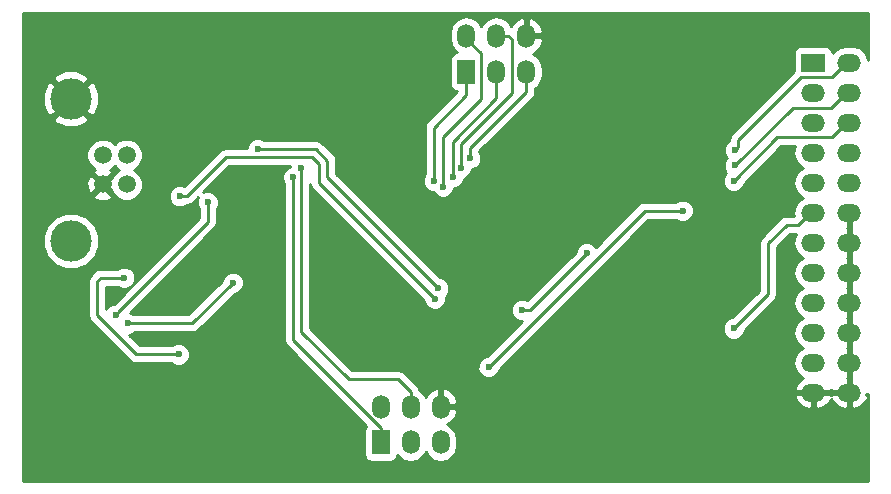
<source format=gbr>
G04 #@! TF.FileFunction,Copper,L2,Bot,Signal*
%FSLAX46Y46*%
G04 Gerber Fmt 4.6, Leading zero omitted, Abs format (unit mm)*
G04 Created by KiCad (PCBNEW no-vcs-found-product) date Sa 10 Okt 2015 23:31:38 CEST*
%MOMM*%
G01*
G04 APERTURE LIST*
%ADD10C,0.100000*%
%ADD11C,1.501140*%
%ADD12C,3.500120*%
%ADD13R,1.524000X1.998980*%
%ADD14O,1.524000X1.998980*%
%ADD15R,1.998980X1.524000*%
%ADD16O,1.998980X1.524000*%
%ADD17C,0.600000*%
%ADD18C,0.250000*%
%ADD19C,0.254000*%
G04 APERTURE END LIST*
D10*
D11*
X118893800Y-86910800D03*
X118893800Y-89400000D03*
X120900400Y-89400000D03*
X120900400Y-86910800D03*
D12*
X116176000Y-82135600D03*
X116176000Y-94175200D03*
D13*
X149660000Y-79868920D03*
D14*
X149660000Y-76831080D03*
X152200000Y-79868920D03*
X152200000Y-76831080D03*
X154740000Y-79868920D03*
X154740000Y-76831080D03*
D15*
X179031080Y-79080000D03*
D16*
X182068920Y-79080000D03*
X179031080Y-81620000D03*
X182068920Y-81620000D03*
X179031080Y-84160000D03*
X182068920Y-84160000D03*
X179031080Y-86700000D03*
X182068920Y-86700000D03*
X179031080Y-89240000D03*
X182068920Y-89240000D03*
X179031080Y-91780000D03*
X182068920Y-91780000D03*
X179031080Y-94320000D03*
X182068920Y-94320000D03*
X179031080Y-96860000D03*
X182068920Y-96860000D03*
X179031080Y-99400000D03*
X182068920Y-99400000D03*
X179031080Y-101940000D03*
X182068920Y-101940000D03*
X179031080Y-104480000D03*
X182068920Y-104480000D03*
X179031080Y-107020000D03*
X182068920Y-107020000D03*
D13*
X142420000Y-111248920D03*
D14*
X142420000Y-108211080D03*
X144960000Y-111248920D03*
X144960000Y-108211080D03*
X147500000Y-111248920D03*
X147500000Y-108211080D03*
D17*
X123900000Y-94900000D03*
X144900000Y-104000000D03*
X143100000Y-99800000D03*
X139800000Y-86600000D03*
X147300000Y-82700000D03*
X161100000Y-92600000D03*
X161300000Y-107600000D03*
X159500000Y-110800000D03*
X168800000Y-110600000D03*
X167800000Y-76900000D03*
X143100000Y-76300000D03*
X140300000Y-76300000D03*
X129600000Y-79400000D03*
X116300000Y-108800000D03*
X153550000Y-105450000D03*
X135000000Y-88800000D03*
X135700000Y-88000000D03*
X146900000Y-89100000D03*
X147700000Y-89600000D03*
X148500000Y-88800000D03*
X149200000Y-88000000D03*
X150000000Y-87200000D03*
X132000000Y-86400000D03*
X147300000Y-98200000D03*
X125400000Y-90400000D03*
X147000000Y-99100000D03*
X172300000Y-101600000D03*
X172400000Y-86500000D03*
X172400000Y-87800000D03*
X172300000Y-89100000D03*
X120700000Y-97300000D03*
X125300000Y-103800000D03*
X119973129Y-100426425D03*
X127807300Y-90925020D03*
X121005900Y-101175000D03*
X129907500Y-97715900D03*
X159850000Y-95250000D03*
X154348900Y-100024700D03*
X167975000Y-91625000D03*
X151550000Y-104850000D03*
D18*
X129600000Y-79400000D02*
X136000000Y-79400000D01*
X147500000Y-108211080D02*
X150788920Y-108211080D01*
X150788920Y-108211080D02*
X153550000Y-105450000D01*
X181820000Y-99400000D02*
X182575000Y-99400000D01*
X142420000Y-111248920D02*
X142420000Y-109999430D01*
X142420000Y-109999430D02*
X135000000Y-102579430D01*
X135000000Y-102579430D02*
X135000000Y-88800000D01*
X142420000Y-111248920D02*
X142420000Y-111011430D01*
X139700000Y-105900000D02*
X135700000Y-101900000D01*
X135700000Y-101900000D02*
X135700000Y-88000000D01*
X143898410Y-105900000D02*
X139700000Y-105900000D01*
X144960000Y-108211080D02*
X144960000Y-106961590D01*
X144960000Y-106961590D02*
X143898410Y-105900000D01*
X147500000Y-111000000D02*
X147420000Y-111000000D01*
X146900000Y-84600000D02*
X149660000Y-81840000D01*
X149660000Y-81840000D02*
X149660000Y-79868920D01*
X146900000Y-89100000D02*
X146900000Y-84600000D01*
X150900000Y-82200000D02*
X150900000Y-78308570D01*
X150900000Y-78308570D02*
X149660000Y-77068570D01*
X149660000Y-77068570D02*
X149660000Y-76831080D01*
X147700000Y-85400000D02*
X150900000Y-82200000D01*
X147700000Y-89600000D02*
X147700000Y-85400000D01*
X152200000Y-82100000D02*
X152200000Y-79868920D01*
X148500000Y-85800000D02*
X152200000Y-82100000D01*
X148500000Y-88800000D02*
X148500000Y-85800000D01*
X149200000Y-88000000D02*
X149200000Y-86000000D01*
X149200000Y-86000000D02*
X153500000Y-81700000D01*
X153500000Y-81700000D02*
X153500000Y-77119080D01*
X153500000Y-77119080D02*
X153212000Y-76831080D01*
X153212000Y-76831080D02*
X152200000Y-76831080D01*
X150000000Y-86300000D02*
X154740000Y-81560000D01*
X154740000Y-81560000D02*
X154740000Y-79868920D01*
X150000000Y-87200000D02*
X150000000Y-86300000D01*
X137900000Y-87400000D02*
X136900000Y-86400000D01*
X136900000Y-86400000D02*
X132000000Y-86400000D01*
X137900000Y-88800000D02*
X137900000Y-87400000D01*
X147300000Y-98200000D02*
X137900000Y-88800000D01*
X129300000Y-87100000D02*
X126000000Y-90400000D01*
X126000000Y-90400000D02*
X125400000Y-90400000D01*
X136600000Y-87100000D02*
X129300000Y-87100000D01*
X137200000Y-87700000D02*
X136600000Y-87100000D01*
X137200000Y-89300000D02*
X137200000Y-87700000D01*
X147000000Y-99100000D02*
X137200000Y-89300000D01*
X179280000Y-86700000D02*
X178650000Y-86700000D01*
X179280000Y-89240000D02*
X178260000Y-89240000D01*
X179046200Y-89240000D02*
X179280000Y-89240000D01*
X176800000Y-92800000D02*
X177773590Y-92800000D01*
X177773590Y-92800000D02*
X178793590Y-91780000D01*
X178793590Y-91780000D02*
X179031080Y-91780000D01*
X175200000Y-94400000D02*
X176800000Y-92800000D01*
X175200000Y-98700000D02*
X175200000Y-94400000D01*
X172300000Y-101600000D02*
X175200000Y-98700000D01*
X179280000Y-91780000D02*
X179380000Y-91780000D01*
X178000000Y-80300000D02*
X180611430Y-80300000D01*
X180611430Y-80300000D02*
X181831430Y-79080000D01*
X181831430Y-79080000D02*
X182068920Y-79080000D01*
X172699999Y-85600001D02*
X178000000Y-80300000D01*
X172400000Y-86500000D02*
X172699999Y-86200001D01*
X172699999Y-86200001D02*
X172699999Y-85600001D01*
X172400000Y-87800000D02*
X177300000Y-82900000D01*
X180551430Y-82900000D02*
X181831430Y-81620000D01*
X177300000Y-82900000D02*
X180551430Y-82900000D01*
X181831430Y-81620000D02*
X182068920Y-81620000D01*
X172300000Y-89100000D02*
X176000000Y-85400000D01*
X176000000Y-85400000D02*
X180591430Y-85400000D01*
X180591430Y-85400000D02*
X181831430Y-84160000D01*
X181831430Y-84160000D02*
X182068920Y-84160000D01*
X181820000Y-84160000D02*
X181820000Y-84430000D01*
X181820000Y-86700000D02*
X181700000Y-86700000D01*
X120700000Y-97300000D02*
X118700000Y-97300000D01*
X121700000Y-103800000D02*
X125300000Y-103800000D01*
X118400000Y-100500000D02*
X121700000Y-103800000D01*
X118400000Y-97600000D02*
X118400000Y-100500000D01*
X118700000Y-97300000D02*
X118400000Y-97600000D01*
X120273128Y-100126426D02*
X119973129Y-100426425D01*
X127807300Y-92592254D02*
X120273128Y-100126426D01*
X127807300Y-90925020D02*
X127807300Y-92592254D01*
X126448400Y-101175000D02*
X121005900Y-101175000D01*
X129907500Y-97715900D02*
X126448400Y-101175000D01*
X154348900Y-100024700D02*
X155100000Y-100000000D01*
X155100000Y-100000000D02*
X159850000Y-95250000D01*
X164775000Y-91625000D02*
X167975000Y-91625000D01*
X151550000Y-104850000D02*
X164775000Y-91625000D01*
D19*
G36*
X183690000Y-78851597D02*
X183629092Y-78545391D01*
X183326260Y-78092172D01*
X182873041Y-77789340D01*
X182338432Y-77683000D01*
X181799408Y-77683000D01*
X181264799Y-77789340D01*
X180811580Y-78092172D01*
X180674112Y-78297907D01*
X180631033Y-78075877D01*
X180491243Y-77863073D01*
X180280210Y-77720623D01*
X180030570Y-77670560D01*
X178031590Y-77670560D01*
X177789467Y-77717537D01*
X177576663Y-77857327D01*
X177434213Y-78068360D01*
X177384150Y-78318000D01*
X177384150Y-79841048D01*
X172162598Y-85062600D01*
X171997851Y-85309162D01*
X171939999Y-85600001D01*
X171939999Y-85678397D01*
X171871057Y-85706883D01*
X171607808Y-85969673D01*
X171465162Y-86313201D01*
X171464838Y-86685167D01*
X171606883Y-87028943D01*
X171727710Y-87149981D01*
X171607808Y-87269673D01*
X171465162Y-87613201D01*
X171464838Y-87985167D01*
X171606883Y-88328943D01*
X171677797Y-88399981D01*
X171507808Y-88569673D01*
X171365162Y-88913201D01*
X171364838Y-89285167D01*
X171506883Y-89628943D01*
X171769673Y-89892192D01*
X172113201Y-90034838D01*
X172485167Y-90035162D01*
X172828943Y-89893117D01*
X173092192Y-89630327D01*
X173234838Y-89286799D01*
X173234879Y-89239923D01*
X176314802Y-86160000D01*
X177474510Y-86160000D01*
X177470908Y-86165391D01*
X177364568Y-86700000D01*
X177470908Y-87234609D01*
X177773740Y-87687828D01*
X178196039Y-87970000D01*
X177773740Y-88252172D01*
X177470908Y-88705391D01*
X177364568Y-89240000D01*
X177470908Y-89774609D01*
X177773740Y-90227828D01*
X178196039Y-90510000D01*
X177773740Y-90792172D01*
X177470908Y-91245391D01*
X177364568Y-91780000D01*
X177416285Y-92040000D01*
X176800000Y-92040000D01*
X176509161Y-92097852D01*
X176262599Y-92262599D01*
X174662599Y-93862599D01*
X174497852Y-94109161D01*
X174440000Y-94400000D01*
X174440000Y-98385198D01*
X172160320Y-100664878D01*
X172114833Y-100664838D01*
X171771057Y-100806883D01*
X171507808Y-101069673D01*
X171365162Y-101413201D01*
X171364838Y-101785167D01*
X171506883Y-102128943D01*
X171769673Y-102392192D01*
X172113201Y-102534838D01*
X172485167Y-102535162D01*
X172828943Y-102393117D01*
X173092192Y-102130327D01*
X173234838Y-101786799D01*
X173234879Y-101739923D01*
X175737401Y-99237401D01*
X175902148Y-98990840D01*
X175960000Y-98700000D01*
X175960000Y-94714802D01*
X177114802Y-93560000D01*
X177621510Y-93560000D01*
X177470908Y-93785391D01*
X177364568Y-94320000D01*
X177470908Y-94854609D01*
X177773740Y-95307828D01*
X178196039Y-95590000D01*
X177773740Y-95872172D01*
X177470908Y-96325391D01*
X177364568Y-96860000D01*
X177470908Y-97394609D01*
X177773740Y-97847828D01*
X178196039Y-98130000D01*
X177773740Y-98412172D01*
X177470908Y-98865391D01*
X177364568Y-99400000D01*
X177470908Y-99934609D01*
X177773740Y-100387828D01*
X178196039Y-100670000D01*
X177773740Y-100952172D01*
X177470908Y-101405391D01*
X177364568Y-101940000D01*
X177470908Y-102474609D01*
X177773740Y-102927828D01*
X178196039Y-103210000D01*
X177773740Y-103492172D01*
X177470908Y-103945391D01*
X177364568Y-104480000D01*
X177470908Y-105014609D01*
X177773740Y-105467828D01*
X178201688Y-105753774D01*
X178155253Y-105766865D01*
X177724290Y-106106535D01*
X177456118Y-106585272D01*
X177439370Y-106676930D01*
X177561870Y-106893000D01*
X178904080Y-106893000D01*
X178904080Y-106873000D01*
X179158080Y-106873000D01*
X179158080Y-106893000D01*
X180500290Y-106893000D01*
X180550000Y-106805320D01*
X180599710Y-106893000D01*
X181941920Y-106893000D01*
X181941920Y-105776746D01*
X181904745Y-105750000D01*
X181941920Y-105723254D01*
X181941920Y-104607000D01*
X181921920Y-104607000D01*
X181921920Y-104353000D01*
X181941920Y-104353000D01*
X181941920Y-103236746D01*
X181904745Y-103210000D01*
X181941920Y-103183254D01*
X181941920Y-102067000D01*
X181921920Y-102067000D01*
X181921920Y-101813000D01*
X181941920Y-101813000D01*
X181941920Y-100696746D01*
X181904745Y-100670000D01*
X181941920Y-100643254D01*
X181941920Y-99527000D01*
X181921920Y-99527000D01*
X181921920Y-99273000D01*
X181941920Y-99273000D01*
X181941920Y-98156746D01*
X181904745Y-98130000D01*
X181941920Y-98103254D01*
X181941920Y-96987000D01*
X181921920Y-96987000D01*
X181921920Y-96733000D01*
X181941920Y-96733000D01*
X181941920Y-95616746D01*
X181904745Y-95590000D01*
X181941920Y-95563254D01*
X181941920Y-94447000D01*
X181921920Y-94447000D01*
X181921920Y-94193000D01*
X181941920Y-94193000D01*
X181941920Y-93076746D01*
X181904745Y-93050000D01*
X181941920Y-93023254D01*
X181941920Y-91907000D01*
X181921920Y-91907000D01*
X181921920Y-91653000D01*
X181941920Y-91653000D01*
X181941920Y-91633000D01*
X182195920Y-91633000D01*
X182195920Y-91653000D01*
X182215920Y-91653000D01*
X182215920Y-91907000D01*
X182195920Y-91907000D01*
X182195920Y-93023254D01*
X182233095Y-93050000D01*
X182195920Y-93076746D01*
X182195920Y-94193000D01*
X182215920Y-94193000D01*
X182215920Y-94447000D01*
X182195920Y-94447000D01*
X182195920Y-95563254D01*
X182233095Y-95590000D01*
X182195920Y-95616746D01*
X182195920Y-96733000D01*
X182215920Y-96733000D01*
X182215920Y-96987000D01*
X182195920Y-96987000D01*
X182195920Y-98103254D01*
X182233095Y-98130000D01*
X182195920Y-98156746D01*
X182195920Y-99273000D01*
X182215920Y-99273000D01*
X182215920Y-99527000D01*
X182195920Y-99527000D01*
X182195920Y-100643254D01*
X182233095Y-100670000D01*
X182195920Y-100696746D01*
X182195920Y-101813000D01*
X182215920Y-101813000D01*
X182215920Y-102067000D01*
X182195920Y-102067000D01*
X182195920Y-103183254D01*
X182233095Y-103210000D01*
X182195920Y-103236746D01*
X182195920Y-104353000D01*
X182215920Y-104353000D01*
X182215920Y-104607000D01*
X182195920Y-104607000D01*
X182195920Y-105723254D01*
X182233095Y-105750000D01*
X182195920Y-105776746D01*
X182195920Y-106893000D01*
X182215920Y-106893000D01*
X182215920Y-107147000D01*
X182195920Y-107147000D01*
X182195920Y-108263254D01*
X182416602Y-108422027D01*
X182944747Y-108273135D01*
X183375710Y-107933465D01*
X183643882Y-107454728D01*
X183660630Y-107363070D01*
X183538131Y-107147002D01*
X183690000Y-107147002D01*
X183690000Y-114490000D01*
X112110000Y-114490000D01*
X112110000Y-97600000D01*
X117640000Y-97600000D01*
X117640000Y-100500000D01*
X117697852Y-100790839D01*
X117862599Y-101037401D01*
X121162599Y-104337401D01*
X121409161Y-104502148D01*
X121700000Y-104560000D01*
X124737537Y-104560000D01*
X124769673Y-104592192D01*
X125113201Y-104734838D01*
X125485167Y-104735162D01*
X125828943Y-104593117D01*
X126092192Y-104330327D01*
X126234838Y-103986799D01*
X126235162Y-103614833D01*
X126093117Y-103271057D01*
X125830327Y-103007808D01*
X125486799Y-102865162D01*
X125114833Y-102864838D01*
X124771057Y-103006883D01*
X124737882Y-103040000D01*
X122014802Y-103040000D01*
X121084871Y-102110069D01*
X121191067Y-102110162D01*
X121534843Y-101968117D01*
X121568018Y-101935000D01*
X126448400Y-101935000D01*
X126739239Y-101877148D01*
X126985801Y-101712401D01*
X130047180Y-98651022D01*
X130092667Y-98651062D01*
X130436443Y-98509017D01*
X130699692Y-98246227D01*
X130842338Y-97902699D01*
X130842662Y-97530733D01*
X130700617Y-97186957D01*
X130437827Y-96923708D01*
X130094299Y-96781062D01*
X129722333Y-96780738D01*
X129378557Y-96922783D01*
X129115308Y-97185573D01*
X128972662Y-97529101D01*
X128972621Y-97575977D01*
X126133598Y-100415000D01*
X121568363Y-100415000D01*
X121536227Y-100382808D01*
X121222019Y-100252337D01*
X128344701Y-93129655D01*
X128509448Y-92883094D01*
X128567300Y-92592254D01*
X128567300Y-91487483D01*
X128599492Y-91455347D01*
X128742138Y-91111819D01*
X128742462Y-90739853D01*
X128600417Y-90396077D01*
X128337627Y-90132828D01*
X127994099Y-89990182D01*
X127622133Y-89989858D01*
X127388345Y-90086457D01*
X129614802Y-87860000D01*
X134765121Y-87860000D01*
X134765099Y-87885388D01*
X134471057Y-88006883D01*
X134207808Y-88269673D01*
X134065162Y-88613201D01*
X134064838Y-88985167D01*
X134206883Y-89328943D01*
X134240000Y-89362118D01*
X134240000Y-102579430D01*
X134297852Y-102870269D01*
X134462599Y-103116831D01*
X141175449Y-109829681D01*
X141060623Y-109999790D01*
X141010560Y-110249430D01*
X141010560Y-112248410D01*
X141057537Y-112490533D01*
X141197327Y-112703337D01*
X141408360Y-112845787D01*
X141658000Y-112895850D01*
X143182000Y-112895850D01*
X143424123Y-112848873D01*
X143636927Y-112709083D01*
X143779377Y-112498050D01*
X143822617Y-112282435D01*
X143972172Y-112506260D01*
X144425391Y-112809092D01*
X144960000Y-112915432D01*
X145494609Y-112809092D01*
X145947828Y-112506260D01*
X146230000Y-112083961D01*
X146512172Y-112506260D01*
X146965391Y-112809092D01*
X147500000Y-112915432D01*
X148034609Y-112809092D01*
X148487828Y-112506260D01*
X148790660Y-112053041D01*
X148897000Y-111518432D01*
X148897000Y-110979408D01*
X148790660Y-110444799D01*
X148487828Y-109991580D01*
X148068267Y-109711238D01*
X148413465Y-109517870D01*
X148753135Y-109086907D01*
X148902027Y-108558762D01*
X148743254Y-108338080D01*
X147627000Y-108338080D01*
X147627000Y-108358080D01*
X147373000Y-108358080D01*
X147373000Y-108338080D01*
X147353000Y-108338080D01*
X147353000Y-108084080D01*
X147373000Y-108084080D01*
X147373000Y-106741870D01*
X147627000Y-106741870D01*
X147627000Y-108084080D01*
X148743254Y-108084080D01*
X148902027Y-107863398D01*
X148760978Y-107363070D01*
X177439370Y-107363070D01*
X177456118Y-107454728D01*
X177724290Y-107933465D01*
X178155253Y-108273135D01*
X178683398Y-108422027D01*
X178904080Y-108263254D01*
X178904080Y-107147000D01*
X179158080Y-107147000D01*
X179158080Y-108263254D01*
X179378762Y-108422027D01*
X179906907Y-108273135D01*
X180337870Y-107933465D01*
X180550000Y-107554773D01*
X180762130Y-107933465D01*
X181193093Y-108273135D01*
X181721238Y-108422027D01*
X181941920Y-108263254D01*
X181941920Y-107147000D01*
X180599710Y-107147000D01*
X180550000Y-107234680D01*
X180500290Y-107147000D01*
X179158080Y-107147000D01*
X178904080Y-107147000D01*
X178904080Y-107147000D01*
X177561870Y-107147000D01*
X177439370Y-107363070D01*
X148760978Y-107363070D01*
X148753135Y-107335253D01*
X148413465Y-106904290D01*
X147934728Y-106636118D01*
X147843070Y-106619370D01*
X147627000Y-106741870D01*
X147373000Y-106741870D01*
X147373000Y-106741870D01*
X147156930Y-106619370D01*
X147065272Y-106636118D01*
X146586535Y-106904290D01*
X146246865Y-107335253D01*
X146233774Y-107381688D01*
X145947828Y-106953740D01*
X145683277Y-106776972D01*
X145662148Y-106670751D01*
X145497401Y-106424189D01*
X144435811Y-105362599D01*
X144189249Y-105197852D01*
X143898410Y-105140000D01*
X140014802Y-105140000D01*
X139909969Y-105035167D01*
X150614838Y-105035167D01*
X150756883Y-105378943D01*
X151019673Y-105642192D01*
X151363201Y-105784838D01*
X151735167Y-105785162D01*
X152078943Y-105643117D01*
X152342192Y-105380327D01*
X152484838Y-105036799D01*
X152484879Y-104989923D01*
X165089802Y-92385000D01*
X167412537Y-92385000D01*
X167444673Y-92417192D01*
X167788201Y-92559838D01*
X168160167Y-92560162D01*
X168503943Y-92418117D01*
X168767192Y-92155327D01*
X168909838Y-91811799D01*
X168910162Y-91439833D01*
X168768117Y-91096057D01*
X168505327Y-90832808D01*
X168161799Y-90690162D01*
X167789833Y-90689838D01*
X167446057Y-90831883D01*
X167412882Y-90865000D01*
X164775000Y-90865000D01*
X164484160Y-90922852D01*
X164237599Y-91087599D01*
X160623646Y-94701552D01*
X160380327Y-94457808D01*
X160036799Y-94315162D01*
X159664833Y-94314838D01*
X159321057Y-94456883D01*
X159057808Y-94719673D01*
X158915162Y-95063201D01*
X158915121Y-95110077D01*
X154818080Y-99207118D01*
X154535699Y-99089862D01*
X154163733Y-99089538D01*
X153819957Y-99231583D01*
X153556708Y-99494373D01*
X153414062Y-99837901D01*
X153413738Y-100209867D01*
X153555783Y-100553643D01*
X153818573Y-100816892D01*
X154162101Y-100959538D01*
X154365483Y-100959715D01*
X151410320Y-103914878D01*
X151364833Y-103914838D01*
X151021057Y-104056883D01*
X150757808Y-104319673D01*
X150615162Y-104663201D01*
X150614838Y-105035167D01*
X139909969Y-105035167D01*
X136460000Y-101585198D01*
X136460000Y-89400546D01*
X136497852Y-89590839D01*
X136662599Y-89837401D01*
X146064878Y-99239680D01*
X146064838Y-99285167D01*
X146206883Y-99628943D01*
X146469673Y-99892192D01*
X146813201Y-100034838D01*
X147185167Y-100035162D01*
X147528943Y-99893117D01*
X147792192Y-99630327D01*
X147934838Y-99286799D01*
X147935162Y-98914833D01*
X147927044Y-98895187D01*
X148092192Y-98730327D01*
X148234838Y-98386799D01*
X148235162Y-98014833D01*
X148093117Y-97671057D01*
X147830327Y-97407808D01*
X147486799Y-97265162D01*
X147439923Y-97265121D01*
X139459969Y-89285167D01*
X145964838Y-89285167D01*
X146106883Y-89628943D01*
X146369673Y-89892192D01*
X146713201Y-90034838D01*
X146868055Y-90034973D01*
X146906883Y-90128943D01*
X147169673Y-90392192D01*
X147513201Y-90534838D01*
X147885167Y-90535162D01*
X148228943Y-90393117D01*
X148492192Y-90130327D01*
X148634838Y-89786799D01*
X148634883Y-89735118D01*
X148685167Y-89735162D01*
X149028943Y-89593117D01*
X149292192Y-89330327D01*
X149434838Y-88986799D01*
X149434901Y-88914612D01*
X149728943Y-88793117D01*
X149992192Y-88530327D01*
X150134838Y-88186799D01*
X150134883Y-88135118D01*
X150185167Y-88135162D01*
X150528943Y-87993117D01*
X150792192Y-87730327D01*
X150934838Y-87386799D01*
X150935162Y-87014833D01*
X150793117Y-86671057D01*
X150760000Y-86637882D01*
X150760000Y-86614802D01*
X155277401Y-82097401D01*
X155442148Y-81850840D01*
X155500000Y-81560000D01*
X155500000Y-81278490D01*
X155727828Y-81126260D01*
X156030660Y-80673041D01*
X156137000Y-80138432D01*
X156137000Y-79599408D01*
X156030660Y-79064799D01*
X155727828Y-78611580D01*
X155308267Y-78331238D01*
X155653465Y-78137870D01*
X155993135Y-77706907D01*
X156142027Y-77178762D01*
X155983254Y-76958080D01*
X154867000Y-76958080D01*
X154867000Y-76978080D01*
X154613000Y-76978080D01*
X154613000Y-76958080D01*
X154593000Y-76958080D01*
X154593000Y-76704080D01*
X154613000Y-76704080D01*
X154613000Y-75361870D01*
X154867000Y-75361870D01*
X154867000Y-76704080D01*
X155983254Y-76704080D01*
X156142027Y-76483398D01*
X155993135Y-75955253D01*
X155653465Y-75524290D01*
X155174728Y-75256118D01*
X155083070Y-75239370D01*
X154867000Y-75361870D01*
X154613000Y-75361870D01*
X154613000Y-75361870D01*
X154396930Y-75239370D01*
X154305272Y-75256118D01*
X153826535Y-75524290D01*
X153486865Y-75955253D01*
X153473774Y-76001688D01*
X153187828Y-75573740D01*
X152734609Y-75270908D01*
X152200000Y-75164568D01*
X151665391Y-75270908D01*
X151212172Y-75573740D01*
X150930000Y-75996039D01*
X150647828Y-75573740D01*
X150194609Y-75270908D01*
X149660000Y-75164568D01*
X149125391Y-75270908D01*
X148672172Y-75573740D01*
X148369340Y-76026959D01*
X148263000Y-76561568D01*
X148263000Y-77100592D01*
X148369340Y-77635201D01*
X148672172Y-78088420D01*
X148877907Y-78225888D01*
X148655877Y-78268967D01*
X148443073Y-78408757D01*
X148300623Y-78619790D01*
X148250560Y-78869430D01*
X148250560Y-80868410D01*
X148297537Y-81110533D01*
X148437327Y-81323337D01*
X148648360Y-81465787D01*
X148898000Y-81515850D01*
X148900000Y-81515850D01*
X148900000Y-81525198D01*
X146362599Y-84062599D01*
X146197852Y-84309161D01*
X146140000Y-84600000D01*
X146140000Y-88537537D01*
X146107808Y-88569673D01*
X145965162Y-88913201D01*
X145964838Y-89285167D01*
X139459969Y-89285167D01*
X138660000Y-88485198D01*
X138660000Y-87400000D01*
X138602148Y-87109161D01*
X138437401Y-86862599D01*
X137437401Y-85862599D01*
X137190839Y-85697852D01*
X136900000Y-85640000D01*
X132562463Y-85640000D01*
X132530327Y-85607808D01*
X132186799Y-85465162D01*
X131814833Y-85464838D01*
X131471057Y-85606883D01*
X131207808Y-85869673D01*
X131065162Y-86213201D01*
X131065052Y-86340000D01*
X129300000Y-86340000D01*
X129009161Y-86397852D01*
X128762599Y-86562599D01*
X125779867Y-89545331D01*
X125586799Y-89465162D01*
X125214833Y-89464838D01*
X124871057Y-89606883D01*
X124607808Y-89869673D01*
X124465162Y-90213201D01*
X124464838Y-90585167D01*
X124606883Y-90928943D01*
X124869673Y-91192192D01*
X125213201Y-91334838D01*
X125585167Y-91335162D01*
X125928943Y-91193117D01*
X125962118Y-91160000D01*
X126000000Y-91160000D01*
X126290839Y-91102148D01*
X126537401Y-90937401D01*
X126968951Y-90505851D01*
X126872462Y-90738221D01*
X126872138Y-91110187D01*
X127014183Y-91453963D01*
X127047300Y-91487138D01*
X127047300Y-92277452D01*
X119833449Y-99491303D01*
X119787962Y-99491263D01*
X119444186Y-99633308D01*
X119180937Y-99896098D01*
X119160000Y-99946520D01*
X119160000Y-98060000D01*
X120137537Y-98060000D01*
X120169673Y-98092192D01*
X120513201Y-98234838D01*
X120885167Y-98235162D01*
X121228943Y-98093117D01*
X121492192Y-97830327D01*
X121634838Y-97486799D01*
X121635162Y-97114833D01*
X121493117Y-96771057D01*
X121230327Y-96507808D01*
X120886799Y-96365162D01*
X120514833Y-96364838D01*
X120171057Y-96506883D01*
X120137882Y-96540000D01*
X118700000Y-96540000D01*
X118409161Y-96597852D01*
X118162599Y-96762599D01*
X117862599Y-97062599D01*
X117697852Y-97309161D01*
X117640000Y-97600000D01*
X112110000Y-97600000D01*
X112110000Y-94647536D01*
X113790527Y-94647536D01*
X114152866Y-95524463D01*
X114823208Y-96195976D01*
X115699501Y-96559845D01*
X116648336Y-96560673D01*
X117525263Y-96198334D01*
X118196776Y-95527992D01*
X118560645Y-94651699D01*
X118561473Y-93702864D01*
X118199134Y-92825937D01*
X117528792Y-92154424D01*
X116652499Y-91790555D01*
X115703664Y-91789727D01*
X114826737Y-92152066D01*
X114155224Y-92822408D01*
X113791355Y-93698701D01*
X113790527Y-94647536D01*
X112110000Y-94647536D01*
X112110000Y-90371930D01*
X118101475Y-90371930D01*
X118169535Y-90612931D01*
X118688834Y-90797767D01*
X119239338Y-90769805D01*
X119618065Y-90612931D01*
X119686125Y-90371930D01*
X118893800Y-89579605D01*
X118101475Y-90371930D01*
X112110000Y-90371930D01*
X112110000Y-89195034D01*
X117496033Y-89195034D01*
X117523995Y-89745538D01*
X117680869Y-90124265D01*
X117921870Y-90192325D01*
X118714195Y-89400000D01*
X117921870Y-88607675D01*
X117680869Y-88675735D01*
X117496033Y-89195034D01*
X112110000Y-89195034D01*
X112110000Y-87185198D01*
X117507990Y-87185198D01*
X117718486Y-87694637D01*
X118107913Y-88084744D01*
X118262051Y-88148748D01*
X118169535Y-88187069D01*
X118101475Y-88428070D01*
X118893800Y-89220395D01*
X119686125Y-88428070D01*
X119618065Y-88187069D01*
X119518809Y-88151740D01*
X119677637Y-88086114D01*
X119897141Y-87866993D01*
X120114513Y-88084744D01*
X120284460Y-88155312D01*
X120116563Y-88224686D01*
X119726456Y-88614113D01*
X119632130Y-88841275D01*
X119073405Y-89400000D01*
X119632030Y-89958625D01*
X119725086Y-90183837D01*
X120114513Y-90573944D01*
X120623584Y-90785329D01*
X121174798Y-90785810D01*
X121684237Y-90575314D01*
X122074344Y-90185887D01*
X122285729Y-89676816D01*
X122286210Y-89125602D01*
X122075714Y-88616163D01*
X121686287Y-88226056D01*
X121516340Y-88155488D01*
X121684237Y-88086114D01*
X122074344Y-87696687D01*
X122285729Y-87187616D01*
X122286210Y-86636402D01*
X122075714Y-86126963D01*
X121686287Y-85736856D01*
X121177216Y-85525471D01*
X120626002Y-85524990D01*
X120116563Y-85735486D01*
X119897059Y-85954607D01*
X119679687Y-85736856D01*
X119170616Y-85525471D01*
X118619402Y-85524990D01*
X118109963Y-85735486D01*
X117719856Y-86124913D01*
X117508471Y-86633984D01*
X117507990Y-87185198D01*
X112110000Y-87185198D01*
X112110000Y-83830171D01*
X114661034Y-83830171D01*
X114851328Y-84174919D01*
X115732576Y-84526615D01*
X116681332Y-84514301D01*
X117500672Y-84174919D01*
X117690966Y-83830171D01*
X116176000Y-82315205D01*
X114661034Y-83830171D01*
X112110000Y-83830171D01*
X112110000Y-81692176D01*
X113784985Y-81692176D01*
X113797299Y-82640932D01*
X114136681Y-83460272D01*
X114481429Y-83650566D01*
X115996395Y-82135600D01*
X116355605Y-82135600D01*
X117870571Y-83650566D01*
X118215319Y-83460272D01*
X118567015Y-82579024D01*
X118554701Y-81630268D01*
X118215319Y-80810928D01*
X117870571Y-80620634D01*
X116355605Y-82135600D01*
X115996395Y-82135600D01*
X115996395Y-82135600D01*
X114481429Y-80620634D01*
X114136681Y-80810928D01*
X113784985Y-81692176D01*
X112110000Y-81692176D01*
X112110000Y-80441029D01*
X114661034Y-80441029D01*
X116176000Y-81955995D01*
X117690966Y-80441029D01*
X117500672Y-80096281D01*
X116619424Y-79744585D01*
X115670668Y-79756899D01*
X114851328Y-80096281D01*
X114661034Y-80441029D01*
X112110000Y-80441029D01*
X112110000Y-74910000D01*
X183690000Y-74910000D01*
X183690000Y-78851597D01*
X183690000Y-78851597D01*
G37*
X183690000Y-78851597D02*
X183629092Y-78545391D01*
X183326260Y-78092172D01*
X182873041Y-77789340D01*
X182338432Y-77683000D01*
X181799408Y-77683000D01*
X181264799Y-77789340D01*
X180811580Y-78092172D01*
X180674112Y-78297907D01*
X180631033Y-78075877D01*
X180491243Y-77863073D01*
X180280210Y-77720623D01*
X180030570Y-77670560D01*
X178031590Y-77670560D01*
X177789467Y-77717537D01*
X177576663Y-77857327D01*
X177434213Y-78068360D01*
X177384150Y-78318000D01*
X177384150Y-79841048D01*
X172162598Y-85062600D01*
X171997851Y-85309162D01*
X171939999Y-85600001D01*
X171939999Y-85678397D01*
X171871057Y-85706883D01*
X171607808Y-85969673D01*
X171465162Y-86313201D01*
X171464838Y-86685167D01*
X171606883Y-87028943D01*
X171727710Y-87149981D01*
X171607808Y-87269673D01*
X171465162Y-87613201D01*
X171464838Y-87985167D01*
X171606883Y-88328943D01*
X171677797Y-88399981D01*
X171507808Y-88569673D01*
X171365162Y-88913201D01*
X171364838Y-89285167D01*
X171506883Y-89628943D01*
X171769673Y-89892192D01*
X172113201Y-90034838D01*
X172485167Y-90035162D01*
X172828943Y-89893117D01*
X173092192Y-89630327D01*
X173234838Y-89286799D01*
X173234879Y-89239923D01*
X176314802Y-86160000D01*
X177474510Y-86160000D01*
X177470908Y-86165391D01*
X177364568Y-86700000D01*
X177470908Y-87234609D01*
X177773740Y-87687828D01*
X178196039Y-87970000D01*
X177773740Y-88252172D01*
X177470908Y-88705391D01*
X177364568Y-89240000D01*
X177470908Y-89774609D01*
X177773740Y-90227828D01*
X178196039Y-90510000D01*
X177773740Y-90792172D01*
X177470908Y-91245391D01*
X177364568Y-91780000D01*
X177416285Y-92040000D01*
X176800000Y-92040000D01*
X176509161Y-92097852D01*
X176262599Y-92262599D01*
X174662599Y-93862599D01*
X174497852Y-94109161D01*
X174440000Y-94400000D01*
X174440000Y-98385198D01*
X172160320Y-100664878D01*
X172114833Y-100664838D01*
X171771057Y-100806883D01*
X171507808Y-101069673D01*
X171365162Y-101413201D01*
X171364838Y-101785167D01*
X171506883Y-102128943D01*
X171769673Y-102392192D01*
X172113201Y-102534838D01*
X172485167Y-102535162D01*
X172828943Y-102393117D01*
X173092192Y-102130327D01*
X173234838Y-101786799D01*
X173234879Y-101739923D01*
X175737401Y-99237401D01*
X175902148Y-98990840D01*
X175960000Y-98700000D01*
X175960000Y-94714802D01*
X177114802Y-93560000D01*
X177621510Y-93560000D01*
X177470908Y-93785391D01*
X177364568Y-94320000D01*
X177470908Y-94854609D01*
X177773740Y-95307828D01*
X178196039Y-95590000D01*
X177773740Y-95872172D01*
X177470908Y-96325391D01*
X177364568Y-96860000D01*
X177470908Y-97394609D01*
X177773740Y-97847828D01*
X178196039Y-98130000D01*
X177773740Y-98412172D01*
X177470908Y-98865391D01*
X177364568Y-99400000D01*
X177470908Y-99934609D01*
X177773740Y-100387828D01*
X178196039Y-100670000D01*
X177773740Y-100952172D01*
X177470908Y-101405391D01*
X177364568Y-101940000D01*
X177470908Y-102474609D01*
X177773740Y-102927828D01*
X178196039Y-103210000D01*
X177773740Y-103492172D01*
X177470908Y-103945391D01*
X177364568Y-104480000D01*
X177470908Y-105014609D01*
X177773740Y-105467828D01*
X178201688Y-105753774D01*
X178155253Y-105766865D01*
X177724290Y-106106535D01*
X177456118Y-106585272D01*
X177439370Y-106676930D01*
X177561870Y-106893000D01*
X178904080Y-106893000D01*
X178904080Y-106873000D01*
X179158080Y-106873000D01*
X179158080Y-106893000D01*
X180500290Y-106893000D01*
X180550000Y-106805320D01*
X180599710Y-106893000D01*
X181941920Y-106893000D01*
X181941920Y-105776746D01*
X181904745Y-105750000D01*
X181941920Y-105723254D01*
X181941920Y-104607000D01*
X181921920Y-104607000D01*
X181921920Y-104353000D01*
X181941920Y-104353000D01*
X181941920Y-103236746D01*
X181904745Y-103210000D01*
X181941920Y-103183254D01*
X181941920Y-102067000D01*
X181921920Y-102067000D01*
X181921920Y-101813000D01*
X181941920Y-101813000D01*
X181941920Y-100696746D01*
X181904745Y-100670000D01*
X181941920Y-100643254D01*
X181941920Y-99527000D01*
X181921920Y-99527000D01*
X181921920Y-99273000D01*
X181941920Y-99273000D01*
X181941920Y-98156746D01*
X181904745Y-98130000D01*
X181941920Y-98103254D01*
X181941920Y-96987000D01*
X181921920Y-96987000D01*
X181921920Y-96733000D01*
X181941920Y-96733000D01*
X181941920Y-95616746D01*
X181904745Y-95590000D01*
X181941920Y-95563254D01*
X181941920Y-94447000D01*
X181921920Y-94447000D01*
X181921920Y-94193000D01*
X181941920Y-94193000D01*
X181941920Y-93076746D01*
X181904745Y-93050000D01*
X181941920Y-93023254D01*
X181941920Y-91907000D01*
X181921920Y-91907000D01*
X181921920Y-91653000D01*
X181941920Y-91653000D01*
X181941920Y-91633000D01*
X182195920Y-91633000D01*
X182195920Y-91653000D01*
X182215920Y-91653000D01*
X182215920Y-91907000D01*
X182195920Y-91907000D01*
X182195920Y-93023254D01*
X182233095Y-93050000D01*
X182195920Y-93076746D01*
X182195920Y-94193000D01*
X182215920Y-94193000D01*
X182215920Y-94447000D01*
X182195920Y-94447000D01*
X182195920Y-95563254D01*
X182233095Y-95590000D01*
X182195920Y-95616746D01*
X182195920Y-96733000D01*
X182215920Y-96733000D01*
X182215920Y-96987000D01*
X182195920Y-96987000D01*
X182195920Y-98103254D01*
X182233095Y-98130000D01*
X182195920Y-98156746D01*
X182195920Y-99273000D01*
X182215920Y-99273000D01*
X182215920Y-99527000D01*
X182195920Y-99527000D01*
X182195920Y-100643254D01*
X182233095Y-100670000D01*
X182195920Y-100696746D01*
X182195920Y-101813000D01*
X182215920Y-101813000D01*
X182215920Y-102067000D01*
X182195920Y-102067000D01*
X182195920Y-103183254D01*
X182233095Y-103210000D01*
X182195920Y-103236746D01*
X182195920Y-104353000D01*
X182215920Y-104353000D01*
X182215920Y-104607000D01*
X182195920Y-104607000D01*
X182195920Y-105723254D01*
X182233095Y-105750000D01*
X182195920Y-105776746D01*
X182195920Y-106893000D01*
X182215920Y-106893000D01*
X182215920Y-107147000D01*
X182195920Y-107147000D01*
X182195920Y-108263254D01*
X182416602Y-108422027D01*
X182944747Y-108273135D01*
X183375710Y-107933465D01*
X183643882Y-107454728D01*
X183660630Y-107363070D01*
X183538131Y-107147002D01*
X183690000Y-107147002D01*
X183690000Y-114490000D01*
X112110000Y-114490000D01*
X112110000Y-97600000D01*
X117640000Y-97600000D01*
X117640000Y-100500000D01*
X117697852Y-100790839D01*
X117862599Y-101037401D01*
X121162599Y-104337401D01*
X121409161Y-104502148D01*
X121700000Y-104560000D01*
X124737537Y-104560000D01*
X124769673Y-104592192D01*
X125113201Y-104734838D01*
X125485167Y-104735162D01*
X125828943Y-104593117D01*
X126092192Y-104330327D01*
X126234838Y-103986799D01*
X126235162Y-103614833D01*
X126093117Y-103271057D01*
X125830327Y-103007808D01*
X125486799Y-102865162D01*
X125114833Y-102864838D01*
X124771057Y-103006883D01*
X124737882Y-103040000D01*
X122014802Y-103040000D01*
X121084871Y-102110069D01*
X121191067Y-102110162D01*
X121534843Y-101968117D01*
X121568018Y-101935000D01*
X126448400Y-101935000D01*
X126739239Y-101877148D01*
X126985801Y-101712401D01*
X130047180Y-98651022D01*
X130092667Y-98651062D01*
X130436443Y-98509017D01*
X130699692Y-98246227D01*
X130842338Y-97902699D01*
X130842662Y-97530733D01*
X130700617Y-97186957D01*
X130437827Y-96923708D01*
X130094299Y-96781062D01*
X129722333Y-96780738D01*
X129378557Y-96922783D01*
X129115308Y-97185573D01*
X128972662Y-97529101D01*
X128972621Y-97575977D01*
X126133598Y-100415000D01*
X121568363Y-100415000D01*
X121536227Y-100382808D01*
X121222019Y-100252337D01*
X128344701Y-93129655D01*
X128509448Y-92883094D01*
X128567300Y-92592254D01*
X128567300Y-91487483D01*
X128599492Y-91455347D01*
X128742138Y-91111819D01*
X128742462Y-90739853D01*
X128600417Y-90396077D01*
X128337627Y-90132828D01*
X127994099Y-89990182D01*
X127622133Y-89989858D01*
X127388345Y-90086457D01*
X129614802Y-87860000D01*
X134765121Y-87860000D01*
X134765099Y-87885388D01*
X134471057Y-88006883D01*
X134207808Y-88269673D01*
X134065162Y-88613201D01*
X134064838Y-88985167D01*
X134206883Y-89328943D01*
X134240000Y-89362118D01*
X134240000Y-102579430D01*
X134297852Y-102870269D01*
X134462599Y-103116831D01*
X141175449Y-109829681D01*
X141060623Y-109999790D01*
X141010560Y-110249430D01*
X141010560Y-112248410D01*
X141057537Y-112490533D01*
X141197327Y-112703337D01*
X141408360Y-112845787D01*
X141658000Y-112895850D01*
X143182000Y-112895850D01*
X143424123Y-112848873D01*
X143636927Y-112709083D01*
X143779377Y-112498050D01*
X143822617Y-112282435D01*
X143972172Y-112506260D01*
X144425391Y-112809092D01*
X144960000Y-112915432D01*
X145494609Y-112809092D01*
X145947828Y-112506260D01*
X146230000Y-112083961D01*
X146512172Y-112506260D01*
X146965391Y-112809092D01*
X147500000Y-112915432D01*
X148034609Y-112809092D01*
X148487828Y-112506260D01*
X148790660Y-112053041D01*
X148897000Y-111518432D01*
X148897000Y-110979408D01*
X148790660Y-110444799D01*
X148487828Y-109991580D01*
X148068267Y-109711238D01*
X148413465Y-109517870D01*
X148753135Y-109086907D01*
X148902027Y-108558762D01*
X148743254Y-108338080D01*
X147627000Y-108338080D01*
X147627000Y-108358080D01*
X147373000Y-108358080D01*
X147373000Y-108338080D01*
X147353000Y-108338080D01*
X147353000Y-108084080D01*
X147373000Y-108084080D01*
X147373000Y-106741870D01*
X147627000Y-106741870D01*
X147627000Y-108084080D01*
X148743254Y-108084080D01*
X148902027Y-107863398D01*
X148760978Y-107363070D01*
X177439370Y-107363070D01*
X177456118Y-107454728D01*
X177724290Y-107933465D01*
X178155253Y-108273135D01*
X178683398Y-108422027D01*
X178904080Y-108263254D01*
X178904080Y-107147000D01*
X179158080Y-107147000D01*
X179158080Y-108263254D01*
X179378762Y-108422027D01*
X179906907Y-108273135D01*
X180337870Y-107933465D01*
X180550000Y-107554773D01*
X180762130Y-107933465D01*
X181193093Y-108273135D01*
X181721238Y-108422027D01*
X181941920Y-108263254D01*
X181941920Y-107147000D01*
X180599710Y-107147000D01*
X180550000Y-107234680D01*
X180500290Y-107147000D01*
X179158080Y-107147000D01*
X178904080Y-107147000D01*
X178904080Y-107147000D01*
X177561870Y-107147000D01*
X177439370Y-107363070D01*
X148760978Y-107363070D01*
X148753135Y-107335253D01*
X148413465Y-106904290D01*
X147934728Y-106636118D01*
X147843070Y-106619370D01*
X147627000Y-106741870D01*
X147373000Y-106741870D01*
X147373000Y-106741870D01*
X147156930Y-106619370D01*
X147065272Y-106636118D01*
X146586535Y-106904290D01*
X146246865Y-107335253D01*
X146233774Y-107381688D01*
X145947828Y-106953740D01*
X145683277Y-106776972D01*
X145662148Y-106670751D01*
X145497401Y-106424189D01*
X144435811Y-105362599D01*
X144189249Y-105197852D01*
X143898410Y-105140000D01*
X140014802Y-105140000D01*
X139909969Y-105035167D01*
X150614838Y-105035167D01*
X150756883Y-105378943D01*
X151019673Y-105642192D01*
X151363201Y-105784838D01*
X151735167Y-105785162D01*
X152078943Y-105643117D01*
X152342192Y-105380327D01*
X152484838Y-105036799D01*
X152484879Y-104989923D01*
X165089802Y-92385000D01*
X167412537Y-92385000D01*
X167444673Y-92417192D01*
X167788201Y-92559838D01*
X168160167Y-92560162D01*
X168503943Y-92418117D01*
X168767192Y-92155327D01*
X168909838Y-91811799D01*
X168910162Y-91439833D01*
X168768117Y-91096057D01*
X168505327Y-90832808D01*
X168161799Y-90690162D01*
X167789833Y-90689838D01*
X167446057Y-90831883D01*
X167412882Y-90865000D01*
X164775000Y-90865000D01*
X164484160Y-90922852D01*
X164237599Y-91087599D01*
X160623646Y-94701552D01*
X160380327Y-94457808D01*
X160036799Y-94315162D01*
X159664833Y-94314838D01*
X159321057Y-94456883D01*
X159057808Y-94719673D01*
X158915162Y-95063201D01*
X158915121Y-95110077D01*
X154818080Y-99207118D01*
X154535699Y-99089862D01*
X154163733Y-99089538D01*
X153819957Y-99231583D01*
X153556708Y-99494373D01*
X153414062Y-99837901D01*
X153413738Y-100209867D01*
X153555783Y-100553643D01*
X153818573Y-100816892D01*
X154162101Y-100959538D01*
X154365483Y-100959715D01*
X151410320Y-103914878D01*
X151364833Y-103914838D01*
X151021057Y-104056883D01*
X150757808Y-104319673D01*
X150615162Y-104663201D01*
X150614838Y-105035167D01*
X139909969Y-105035167D01*
X136460000Y-101585198D01*
X136460000Y-89400546D01*
X136497852Y-89590839D01*
X136662599Y-89837401D01*
X146064878Y-99239680D01*
X146064838Y-99285167D01*
X146206883Y-99628943D01*
X146469673Y-99892192D01*
X146813201Y-100034838D01*
X147185167Y-100035162D01*
X147528943Y-99893117D01*
X147792192Y-99630327D01*
X147934838Y-99286799D01*
X147935162Y-98914833D01*
X147927044Y-98895187D01*
X148092192Y-98730327D01*
X148234838Y-98386799D01*
X148235162Y-98014833D01*
X148093117Y-97671057D01*
X147830327Y-97407808D01*
X147486799Y-97265162D01*
X147439923Y-97265121D01*
X139459969Y-89285167D01*
X145964838Y-89285167D01*
X146106883Y-89628943D01*
X146369673Y-89892192D01*
X146713201Y-90034838D01*
X146868055Y-90034973D01*
X146906883Y-90128943D01*
X147169673Y-90392192D01*
X147513201Y-90534838D01*
X147885167Y-90535162D01*
X148228943Y-90393117D01*
X148492192Y-90130327D01*
X148634838Y-89786799D01*
X148634883Y-89735118D01*
X148685167Y-89735162D01*
X149028943Y-89593117D01*
X149292192Y-89330327D01*
X149434838Y-88986799D01*
X149434901Y-88914612D01*
X149728943Y-88793117D01*
X149992192Y-88530327D01*
X150134838Y-88186799D01*
X150134883Y-88135118D01*
X150185167Y-88135162D01*
X150528943Y-87993117D01*
X150792192Y-87730327D01*
X150934838Y-87386799D01*
X150935162Y-87014833D01*
X150793117Y-86671057D01*
X150760000Y-86637882D01*
X150760000Y-86614802D01*
X155277401Y-82097401D01*
X155442148Y-81850840D01*
X155500000Y-81560000D01*
X155500000Y-81278490D01*
X155727828Y-81126260D01*
X156030660Y-80673041D01*
X156137000Y-80138432D01*
X156137000Y-79599408D01*
X156030660Y-79064799D01*
X155727828Y-78611580D01*
X155308267Y-78331238D01*
X155653465Y-78137870D01*
X155993135Y-77706907D01*
X156142027Y-77178762D01*
X155983254Y-76958080D01*
X154867000Y-76958080D01*
X154867000Y-76978080D01*
X154613000Y-76978080D01*
X154613000Y-76958080D01*
X154593000Y-76958080D01*
X154593000Y-76704080D01*
X154613000Y-76704080D01*
X154613000Y-75361870D01*
X154867000Y-75361870D01*
X154867000Y-76704080D01*
X155983254Y-76704080D01*
X156142027Y-76483398D01*
X155993135Y-75955253D01*
X155653465Y-75524290D01*
X155174728Y-75256118D01*
X155083070Y-75239370D01*
X154867000Y-75361870D01*
X154613000Y-75361870D01*
X154613000Y-75361870D01*
X154396930Y-75239370D01*
X154305272Y-75256118D01*
X153826535Y-75524290D01*
X153486865Y-75955253D01*
X153473774Y-76001688D01*
X153187828Y-75573740D01*
X152734609Y-75270908D01*
X152200000Y-75164568D01*
X151665391Y-75270908D01*
X151212172Y-75573740D01*
X150930000Y-75996039D01*
X150647828Y-75573740D01*
X150194609Y-75270908D01*
X149660000Y-75164568D01*
X149125391Y-75270908D01*
X148672172Y-75573740D01*
X148369340Y-76026959D01*
X148263000Y-76561568D01*
X148263000Y-77100592D01*
X148369340Y-77635201D01*
X148672172Y-78088420D01*
X148877907Y-78225888D01*
X148655877Y-78268967D01*
X148443073Y-78408757D01*
X148300623Y-78619790D01*
X148250560Y-78869430D01*
X148250560Y-80868410D01*
X148297537Y-81110533D01*
X148437327Y-81323337D01*
X148648360Y-81465787D01*
X148898000Y-81515850D01*
X148900000Y-81515850D01*
X148900000Y-81525198D01*
X146362599Y-84062599D01*
X146197852Y-84309161D01*
X146140000Y-84600000D01*
X146140000Y-88537537D01*
X146107808Y-88569673D01*
X145965162Y-88913201D01*
X145964838Y-89285167D01*
X139459969Y-89285167D01*
X138660000Y-88485198D01*
X138660000Y-87400000D01*
X138602148Y-87109161D01*
X138437401Y-86862599D01*
X137437401Y-85862599D01*
X137190839Y-85697852D01*
X136900000Y-85640000D01*
X132562463Y-85640000D01*
X132530327Y-85607808D01*
X132186799Y-85465162D01*
X131814833Y-85464838D01*
X131471057Y-85606883D01*
X131207808Y-85869673D01*
X131065162Y-86213201D01*
X131065052Y-86340000D01*
X129300000Y-86340000D01*
X129009161Y-86397852D01*
X128762599Y-86562599D01*
X125779867Y-89545331D01*
X125586799Y-89465162D01*
X125214833Y-89464838D01*
X124871057Y-89606883D01*
X124607808Y-89869673D01*
X124465162Y-90213201D01*
X124464838Y-90585167D01*
X124606883Y-90928943D01*
X124869673Y-91192192D01*
X125213201Y-91334838D01*
X125585167Y-91335162D01*
X125928943Y-91193117D01*
X125962118Y-91160000D01*
X126000000Y-91160000D01*
X126290839Y-91102148D01*
X126537401Y-90937401D01*
X126968951Y-90505851D01*
X126872462Y-90738221D01*
X126872138Y-91110187D01*
X127014183Y-91453963D01*
X127047300Y-91487138D01*
X127047300Y-92277452D01*
X119833449Y-99491303D01*
X119787962Y-99491263D01*
X119444186Y-99633308D01*
X119180937Y-99896098D01*
X119160000Y-99946520D01*
X119160000Y-98060000D01*
X120137537Y-98060000D01*
X120169673Y-98092192D01*
X120513201Y-98234838D01*
X120885167Y-98235162D01*
X121228943Y-98093117D01*
X121492192Y-97830327D01*
X121634838Y-97486799D01*
X121635162Y-97114833D01*
X121493117Y-96771057D01*
X121230327Y-96507808D01*
X120886799Y-96365162D01*
X120514833Y-96364838D01*
X120171057Y-96506883D01*
X120137882Y-96540000D01*
X118700000Y-96540000D01*
X118409161Y-96597852D01*
X118162599Y-96762599D01*
X117862599Y-97062599D01*
X117697852Y-97309161D01*
X117640000Y-97600000D01*
X112110000Y-97600000D01*
X112110000Y-94647536D01*
X113790527Y-94647536D01*
X114152866Y-95524463D01*
X114823208Y-96195976D01*
X115699501Y-96559845D01*
X116648336Y-96560673D01*
X117525263Y-96198334D01*
X118196776Y-95527992D01*
X118560645Y-94651699D01*
X118561473Y-93702864D01*
X118199134Y-92825937D01*
X117528792Y-92154424D01*
X116652499Y-91790555D01*
X115703664Y-91789727D01*
X114826737Y-92152066D01*
X114155224Y-92822408D01*
X113791355Y-93698701D01*
X113790527Y-94647536D01*
X112110000Y-94647536D01*
X112110000Y-90371930D01*
X118101475Y-90371930D01*
X118169535Y-90612931D01*
X118688834Y-90797767D01*
X119239338Y-90769805D01*
X119618065Y-90612931D01*
X119686125Y-90371930D01*
X118893800Y-89579605D01*
X118101475Y-90371930D01*
X112110000Y-90371930D01*
X112110000Y-89195034D01*
X117496033Y-89195034D01*
X117523995Y-89745538D01*
X117680869Y-90124265D01*
X117921870Y-90192325D01*
X118714195Y-89400000D01*
X117921870Y-88607675D01*
X117680869Y-88675735D01*
X117496033Y-89195034D01*
X112110000Y-89195034D01*
X112110000Y-87185198D01*
X117507990Y-87185198D01*
X117718486Y-87694637D01*
X118107913Y-88084744D01*
X118262051Y-88148748D01*
X118169535Y-88187069D01*
X118101475Y-88428070D01*
X118893800Y-89220395D01*
X119686125Y-88428070D01*
X119618065Y-88187069D01*
X119518809Y-88151740D01*
X119677637Y-88086114D01*
X119897141Y-87866993D01*
X120114513Y-88084744D01*
X120284460Y-88155312D01*
X120116563Y-88224686D01*
X119726456Y-88614113D01*
X119632130Y-88841275D01*
X119073405Y-89400000D01*
X119632030Y-89958625D01*
X119725086Y-90183837D01*
X120114513Y-90573944D01*
X120623584Y-90785329D01*
X121174798Y-90785810D01*
X121684237Y-90575314D01*
X122074344Y-90185887D01*
X122285729Y-89676816D01*
X122286210Y-89125602D01*
X122075714Y-88616163D01*
X121686287Y-88226056D01*
X121516340Y-88155488D01*
X121684237Y-88086114D01*
X122074344Y-87696687D01*
X122285729Y-87187616D01*
X122286210Y-86636402D01*
X122075714Y-86126963D01*
X121686287Y-85736856D01*
X121177216Y-85525471D01*
X120626002Y-85524990D01*
X120116563Y-85735486D01*
X119897059Y-85954607D01*
X119679687Y-85736856D01*
X119170616Y-85525471D01*
X118619402Y-85524990D01*
X118109963Y-85735486D01*
X117719856Y-86124913D01*
X117508471Y-86633984D01*
X117507990Y-87185198D01*
X112110000Y-87185198D01*
X112110000Y-83830171D01*
X114661034Y-83830171D01*
X114851328Y-84174919D01*
X115732576Y-84526615D01*
X116681332Y-84514301D01*
X117500672Y-84174919D01*
X117690966Y-83830171D01*
X116176000Y-82315205D01*
X114661034Y-83830171D01*
X112110000Y-83830171D01*
X112110000Y-81692176D01*
X113784985Y-81692176D01*
X113797299Y-82640932D01*
X114136681Y-83460272D01*
X114481429Y-83650566D01*
X115996395Y-82135600D01*
X116355605Y-82135600D01*
X117870571Y-83650566D01*
X118215319Y-83460272D01*
X118567015Y-82579024D01*
X118554701Y-81630268D01*
X118215319Y-80810928D01*
X117870571Y-80620634D01*
X116355605Y-82135600D01*
X115996395Y-82135600D01*
X115996395Y-82135600D01*
X114481429Y-80620634D01*
X114136681Y-80810928D01*
X113784985Y-81692176D01*
X112110000Y-81692176D01*
X112110000Y-80441029D01*
X114661034Y-80441029D01*
X116176000Y-81955995D01*
X117690966Y-80441029D01*
X117500672Y-80096281D01*
X116619424Y-79744585D01*
X115670668Y-79756899D01*
X114851328Y-80096281D01*
X114661034Y-80441029D01*
X112110000Y-80441029D01*
X112110000Y-74910000D01*
X183690000Y-74910000D01*
X183690000Y-78851597D01*
M02*

</source>
